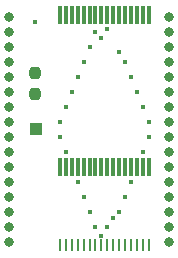
<source format=gbr>
G04 #@! TF.GenerationSoftware,KiCad,Pcbnew,(6.0.1-0)*
G04 #@! TF.CreationDate,2022-03-15T16:51:42-04:00*
G04 #@! TF.ProjectId,MBC1-TSOP32,4d424331-2d54-4534-9f50-33322e6b6963,rev?*
G04 #@! TF.SameCoordinates,Original*
G04 #@! TF.FileFunction,Soldermask,Top*
G04 #@! TF.FilePolarity,Negative*
%FSLAX46Y46*%
G04 Gerber Fmt 4.6, Leading zero omitted, Abs format (unit mm)*
G04 Created by KiCad (PCBNEW (6.0.1-0)) date 2022-03-15 16:51:42*
%MOMM*%
%LPD*%
G01*
G04 APERTURE LIST*
G04 Aperture macros list*
%AMRoundRect*
0 Rectangle with rounded corners*
0 $1 Rounding radius*
0 $2 $3 $4 $5 $6 $7 $8 $9 X,Y pos of 4 corners*
0 Add a 4 corners polygon primitive as box body*
4,1,4,$2,$3,$4,$5,$6,$7,$8,$9,$2,$3,0*
0 Add four circle primitives for the rounded corners*
1,1,$1+$1,$2,$3*
1,1,$1+$1,$4,$5*
1,1,$1+$1,$6,$7*
1,1,$1+$1,$8,$9*
0 Add four rect primitives between the rounded corners*
20,1,$1+$1,$2,$3,$4,$5,0*
20,1,$1+$1,$4,$5,$6,$7,0*
20,1,$1+$1,$6,$7,$8,$9,0*
20,1,$1+$1,$8,$9,$2,$3,0*%
G04 Aperture macros list end*
%ADD10R,1.000000X1.000000*%
%ADD11R,0.250000X1.100000*%
%ADD12RoundRect,0.237500X0.237500X-0.250000X0.237500X0.250000X-0.237500X0.250000X-0.237500X-0.250000X0*%
%ADD13RoundRect,0.075000X-0.075000X0.700000X-0.075000X-0.700000X0.075000X-0.700000X0.075000X0.700000X0*%
%ADD14C,0.400000*%
%ADD15C,0.800000*%
G04 APERTURE END LIST*
D10*
G04 #@! TO.C,REF\u002A\u002A*
X108130000Y-58830000D03*
G04 #@! TD*
D11*
G04 #@! TO.C,REF\u002A\u002A*
X117675000Y-49150000D03*
X117175000Y-49150000D03*
X116675000Y-49150000D03*
X116175000Y-49150000D03*
X115675000Y-49150000D03*
X115175000Y-49150000D03*
X114675000Y-49150000D03*
X114175000Y-49150000D03*
X113675000Y-49150000D03*
X113175000Y-49150000D03*
X112675000Y-49150000D03*
X112175000Y-49150000D03*
X111675000Y-49150000D03*
X111175000Y-49150000D03*
X110675000Y-49150000D03*
X110175000Y-49150000D03*
X110175000Y-68650000D03*
X110675000Y-68650000D03*
X111175000Y-68650000D03*
X111675000Y-68650000D03*
X112175000Y-68650000D03*
X112675000Y-68650000D03*
X113175000Y-68650000D03*
X113675000Y-68650000D03*
X114175000Y-68650000D03*
X114675000Y-68650000D03*
X115175000Y-68650000D03*
X115675000Y-68650000D03*
X116175000Y-68650000D03*
X116675000Y-68650000D03*
X117175000Y-68650000D03*
X117675000Y-68650000D03*
G04 #@! TD*
D12*
G04 #@! TO.C,REF\u002A\u002A*
X108050000Y-55852500D03*
X108050000Y-54027500D03*
G04 #@! TD*
D13*
G04 #@! TO.C,REF\u002A\u002A*
X117675000Y-49175000D03*
X117175000Y-49175000D03*
X116675000Y-49175000D03*
X116175000Y-49175000D03*
X115675000Y-49175000D03*
X115175000Y-49175000D03*
X114675000Y-49175000D03*
X114175000Y-49175000D03*
X113675000Y-49175000D03*
X113175000Y-49175000D03*
X112675000Y-49175000D03*
X112175000Y-49175000D03*
X111675000Y-49175000D03*
X111175000Y-49175000D03*
X110675000Y-49175000D03*
X110175000Y-49175000D03*
X110175000Y-62025000D03*
X110675000Y-62025000D03*
X111175000Y-62025000D03*
X111675000Y-62025000D03*
X112175000Y-62025000D03*
X112675000Y-62025000D03*
X113175000Y-62025000D03*
X113675000Y-62025000D03*
X114175000Y-62025000D03*
X114675000Y-62025000D03*
X115175000Y-62025000D03*
X115675000Y-62025000D03*
X116175000Y-62025000D03*
X116675000Y-62025000D03*
X117175000Y-62025000D03*
X117675000Y-62025000D03*
G04 #@! TD*
D14*
X108050000Y-49730000D03*
D15*
X119400000Y-49300000D03*
D14*
X114175000Y-50360000D03*
D15*
X119400000Y-50570000D03*
D14*
X113675000Y-51120000D03*
X115170000Y-52320000D03*
D15*
X119400000Y-51840000D03*
X119400000Y-53110000D03*
D14*
X115675000Y-53110000D03*
X116175000Y-54380000D03*
D15*
X119400000Y-54380000D03*
D14*
X116675000Y-55650000D03*
D15*
X119400000Y-55650000D03*
D14*
X117175000Y-56920000D03*
D15*
X119400000Y-56920000D03*
D14*
X117675000Y-58190000D03*
D15*
X119400000Y-58190000D03*
D14*
X117675000Y-59460000D03*
D15*
X119400000Y-59460000D03*
X119400000Y-60730000D03*
D14*
X117175000Y-60730000D03*
D15*
X119400000Y-62000000D03*
D14*
X116675000Y-62000000D03*
D15*
X119400000Y-63270000D03*
D14*
X116175000Y-63270000D03*
X115675000Y-64540000D03*
D15*
X119400000Y-64540000D03*
X119400000Y-65810000D03*
D14*
X115175000Y-65810000D03*
X114675000Y-66340000D03*
D15*
X119400000Y-67080000D03*
D14*
X114175000Y-67080000D03*
D15*
X119400000Y-68350000D03*
D14*
X113675000Y-67900000D03*
D15*
X105850000Y-68350000D03*
D14*
X113175000Y-67080000D03*
D15*
X105850000Y-67080000D03*
X105850000Y-65810000D03*
D14*
X112675000Y-65810000D03*
D15*
X105850000Y-64540000D03*
D14*
X112175000Y-64540000D03*
D15*
X105850000Y-63270000D03*
D14*
X111675000Y-63270000D03*
X111175000Y-62000000D03*
D15*
X105850000Y-62000000D03*
X105850000Y-60730000D03*
D14*
X110675000Y-60730000D03*
D15*
X105850000Y-59460000D03*
D14*
X110175000Y-59460000D03*
X110175000Y-58190000D03*
D15*
X105850000Y-58190000D03*
D14*
X110675000Y-56920000D03*
D15*
X105850000Y-56920000D03*
X105850000Y-55650000D03*
D14*
X111175000Y-55650000D03*
D15*
X105850000Y-54380000D03*
D14*
X111675000Y-54380000D03*
D15*
X105850000Y-53110000D03*
D14*
X112175000Y-53110000D03*
X112675000Y-51840000D03*
D15*
X105850000Y-51840000D03*
X105850000Y-50570000D03*
D14*
X113175000Y-50570000D03*
D15*
X105850000Y-49300000D03*
M02*

</source>
